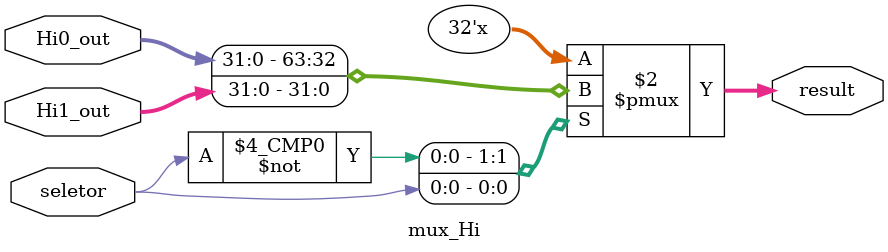
<source format=v>
module mux_Hi (
    input wire  seletor, 
    input wire [31:0] Hi0_out,
    input wire [31:0] Hi1_out,
    output reg [31:0] result
);
always @(*) begin 
        case(seletor)
            2'b00:
                result <= Hi0_out;
            2'b01:
                result <= Hi1_out;                        
        endcase
end    
endmodule
</source>
